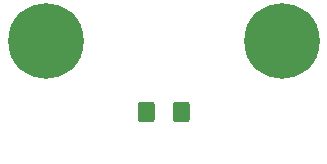
<source format=gbr>
%TF.GenerationSoftware,KiCad,Pcbnew,(5.1.8-0-10_14)*%
%TF.CreationDate,2021-03-11T12:17:28+11:00*%
%TF.ProjectId,Open-JIP(KiCad)_T3.6_OD,4f70656e-2d4a-4495-9028-4b6943616429,rev?*%
%TF.SameCoordinates,Original*%
%TF.FileFunction,Soldermask,Bot*%
%TF.FilePolarity,Negative*%
%FSLAX46Y46*%
G04 Gerber Fmt 4.6, Leading zero omitted, Abs format (unit mm)*
G04 Created by KiCad (PCBNEW (5.1.8-0-10_14)) date 2021-03-11 12:17:28*
%MOMM*%
%LPD*%
G01*
G04 APERTURE LIST*
%ADD10C,6.400000*%
%ADD11C,0.800000*%
G04 APERTURE END LIST*
D10*
%TO.C,REF\u002A\u002A*%
X65000000Y-119000000D03*
D11*
X67400000Y-119000000D03*
X66697056Y-120697056D03*
X65000000Y-121400000D03*
X63302944Y-120697056D03*
X62600000Y-119000000D03*
X63302944Y-117302944D03*
X65000000Y-116600000D03*
X66697056Y-117302944D03*
%TD*%
%TO.C,REF\u002A\u002A*%
X86697056Y-117302944D03*
X85000000Y-116600000D03*
X83302944Y-117302944D03*
X82600000Y-119000000D03*
X83302944Y-120697056D03*
X85000000Y-121400000D03*
X86697056Y-120697056D03*
X87400000Y-119000000D03*
D10*
X85000000Y-119000000D03*
%TD*%
%TO.C,D1*%
G36*
G01*
X74237500Y-124375000D02*
X74237500Y-125625000D01*
G75*
G02*
X73987500Y-125875000I-250000J0D01*
G01*
X73062500Y-125875000D01*
G75*
G02*
X72812500Y-125625000I0J250000D01*
G01*
X72812500Y-124375000D01*
G75*
G02*
X73062500Y-124125000I250000J0D01*
G01*
X73987500Y-124125000D01*
G75*
G02*
X74237500Y-124375000I0J-250000D01*
G01*
G37*
G36*
G01*
X77212500Y-124375000D02*
X77212500Y-125625000D01*
G75*
G02*
X76962500Y-125875000I-250000J0D01*
G01*
X76037500Y-125875000D01*
G75*
G02*
X75787500Y-125625000I0J250000D01*
G01*
X75787500Y-124375000D01*
G75*
G02*
X76037500Y-124125000I250000J0D01*
G01*
X76962500Y-124125000D01*
G75*
G02*
X77212500Y-124375000I0J-250000D01*
G01*
G37*
%TD*%
M02*

</source>
